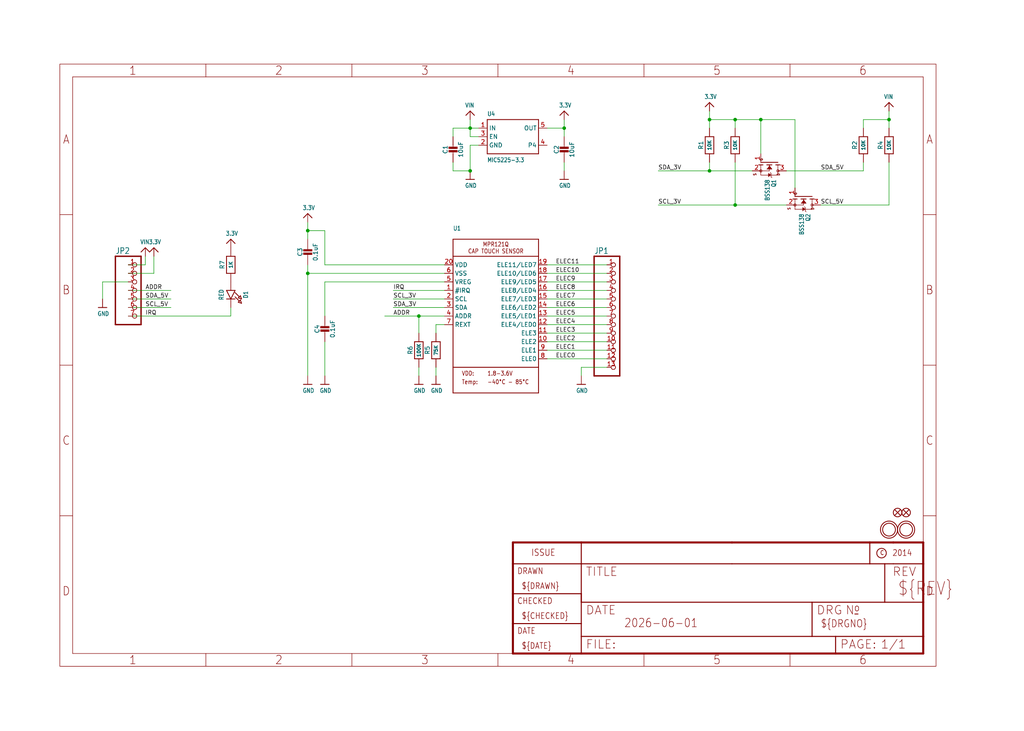
<source format=kicad_sch>
(kicad_sch (version 20230121) (generator eeschema)
  (paper "User" 304.267 217.322)
  (lib_symbols
    (symbol "working-eagle-import:3.3V" (power)
      (property "Value" "3.3V" (at -1.524 1.016 0))
      (symbol "3.3V_1_0"
        (polyline (pts (xy -1.27 -1.27) (xy 0 0)) (stroke (width 0.254)))
        (polyline (pts (xy 0 0) (xy 1.27 -1.27)) (stroke (width 0.254)))
        (pin power_in line (at 0 -2.54 90) (length 2.54) (name "3.3V") (number "1"))
      )
    )
    (symbol "working-eagle-import:CAP_CERAMIC0805-NOOUTLINE"
      (property "Reference" "C" (at -2.29 1.25 90))
      (symbol "CAP_CERAMIC0805-NOOUTLINE_1_0"
        (rectangle (start -1.27 0.508) (end 1.27 1.016) (fill (type outline)))
        (rectangle (start -1.27 1.524) (end 1.27 2.032) (fill (type outline)))
        (polyline (pts (xy 0 0.762) (xy 0 0)) (stroke (width 0.1524)))
        (polyline (pts (xy 0 2.54) (xy 0 1.778)) (stroke (width 0.1524)))
        (pin passive line (at 0 5.08 270) (length 2.54) (name "1") (number "1"))
        (pin passive line (at 0 -2.54 90) (length 2.54) (name "2") (number "2"))
      )
    )
    (symbol "working-eagle-import:CAP_CERAMIC0805_10MGAP"
      (property "Reference" "C" (at -2.29 1.25 90))
      (symbol "CAP_CERAMIC0805_10MGAP_1_0"
        (rectangle (start -1.27 0.508) (end 1.27 1.016) (fill (type outline)))
        (rectangle (start -1.27 1.524) (end 1.27 2.032) (fill (type outline)))
        (polyline (pts (xy 0 0.762) (xy 0 0)) (stroke (width 0.1524)))
        (polyline (pts (xy 0 2.54) (xy 0 1.778)) (stroke (width 0.1524)))
        (pin passive line (at 0 5.08 270) (length 2.54) (name "1") (number "1"))
        (pin passive line (at 0 -2.54 90) (length 2.54) (name "2") (number "2"))
      )
    )
    (symbol "working-eagle-import:FIDUCIAL{dblquote}{dblquote}"
      (symbol "FIDUCIAL{dblquote}{dblquote}_1_0"
        (polyline (pts (xy -0.762 0.762) (xy 0.762 -0.762)) (stroke (width 0.254)))
        (polyline (pts (xy 0.762 0.762) (xy -0.762 -0.762)) (stroke (width 0.254)))
        (circle (center 0 0) (radius 1.27) (stroke (width 0.254)))
      )
    )
    (symbol "working-eagle-import:FRAME_A4"
      (symbol "FRAME_A4_1_0"
        (polyline (pts (xy 0 44.7675) (xy 3.81 44.7675)))
        (polyline (pts (xy 0 89.535) (xy 3.81 89.535)))
        (polyline (pts (xy 0 134.3025) (xy 3.81 134.3025)))
        (polyline (pts (xy 3.81 3.81) (xy 3.81 175.26)))
        (polyline (pts (xy 43.3917 0) (xy 43.3917 3.81)))
        (polyline (pts (xy 43.3917 175.26) (xy 43.3917 179.07)))
        (polyline (pts (xy 86.7833 0) (xy 86.7833 3.81)))
        (polyline (pts (xy 86.7833 175.26) (xy 86.7833 179.07)))
        (polyline (pts (xy 130.175 0) (xy 130.175 3.81)))
        (polyline (pts (xy 130.175 175.26) (xy 130.175 179.07)))
        (polyline (pts (xy 173.5667 0) (xy 173.5667 3.81)))
        (polyline (pts (xy 173.5667 175.26) (xy 173.5667 179.07)))
        (polyline (pts (xy 216.9583 0) (xy 216.9583 3.81)))
        (polyline (pts (xy 216.9583 175.26) (xy 216.9583 179.07)))
        (polyline (pts (xy 256.54 3.81) (xy 3.81 3.81)))
        (polyline (pts (xy 256.54 3.81) (xy 256.54 8.89)) (stroke (width 0.1016)))
        (polyline (pts (xy 256.54 3.81) (xy 256.54 175.26)))
        (polyline (pts (xy 256.54 8.89) (xy 256.54 13.97)) (stroke (width 0.1016)))
        (polyline (pts (xy 256.54 13.97) (xy 256.54 19.05)) (stroke (width 0.1016)))
        (polyline (pts (xy 256.54 19.05) (xy 256.54 36.83)) (stroke (width 0.1016)))
        (polyline (pts (xy 256.54 44.7675) (xy 260.35 44.7675)))
        (polyline (pts (xy 256.54 89.535) (xy 260.35 89.535)))
        (polyline (pts (xy 256.54 134.3025) (xy 260.35 134.3025)))
        (polyline (pts (xy 256.54 175.26) (xy 3.81 175.26)))
        (polyline (pts (xy 0 0) (xy 260.35 0) (xy 260.35 179.07) (xy 0 179.07) (xy 0 0)))
        (text "1" (at 21.6958 1.905 0) (effects (font (size 2.54 2.286))))
        (text "1" (at 21.6958 177.165 0) (effects (font (size 2.54 2.286))))
        (text "2" (at 65.0875 1.905 0) (effects (font (size 2.54 2.286))))
        (text "2" (at 65.0875 177.165 0) (effects (font (size 2.54 2.286))))
        (text "3" (at 108.4792 1.905 0) (effects (font (size 2.54 2.286))))
        (text "3" (at 108.4792 177.165 0) (effects (font (size 2.54 2.286))))
        (text "4" (at 151.8708 1.905 0) (effects (font (size 2.54 2.286))))
        (text "4" (at 151.8708 177.165 0) (effects (font (size 2.54 2.286))))
        (text "5" (at 195.2625 1.905 0) (effects (font (size 2.54 2.286))))
        (text "5" (at 195.2625 177.165 0) (effects (font (size 2.54 2.286))))
        (text "6" (at 238.6542 1.905 0) (effects (font (size 2.54 2.286))))
        (text "6" (at 238.6542 177.165 0) (effects (font (size 2.54 2.286))))
        (text "A" (at 1.905 156.6863 0) (effects (font (size 2.54 2.286))))
        (text "A" (at 258.445 156.6863 0) (effects (font (size 2.54 2.286))))
        (text "B" (at 1.905 111.9188 0) (effects (font (size 2.54 2.286))))
        (text "B" (at 258.445 111.9188 0) (effects (font (size 2.54 2.286))))
        (text "C" (at 1.905 67.1513 0) (effects (font (size 2.54 2.286))))
        (text "C" (at 258.445 67.1513 0) (effects (font (size 2.54 2.286))))
        (text "D" (at 1.905 22.3838 0) (effects (font (size 2.54 2.286))))
        (text "D" (at 258.445 22.3838 0) (effects (font (size 2.54 2.286))))
      )
      (symbol "FRAME_A4_2_0"
        (polyline (pts (xy 0 1.27) (xy 20.32 1.27)) (stroke (width 0.6096)))
        (polyline (pts (xy 0 10.16) (xy 0 1.27)) (stroke (width 0.6096)))
        (polyline (pts (xy 0 10.16) (xy 20.32 10.16)) (stroke (width 0.3048)))
        (polyline (pts (xy 0 19.05) (xy 0 10.16)) (stroke (width 0.6096)))
        (polyline (pts (xy 0 19.05) (xy 20.32 19.05)) (stroke (width 0.3048)))
        (polyline (pts (xy 0 27.94) (xy 0 19.05)) (stroke (width 0.6096)))
        (polyline (pts (xy 0 27.94) (xy 20.32 27.94)) (stroke (width 0.3048)))
        (polyline (pts (xy 0 34.29) (xy 0 27.94)) (stroke (width 0.6096)))
        (polyline (pts (xy 20.32 1.27) (xy 20.32 6.35)) (stroke (width 0.3048)))
        (polyline (pts (xy 20.32 1.27) (xy 95.885 1.27)) (stroke (width 0.6096)))
        (polyline (pts (xy 20.32 6.35) (xy 20.32 10.16)) (stroke (width 0.3048)))
        (polyline (pts (xy 20.32 6.35) (xy 88.9 6.35)) (stroke (width 0.3048)))
        (polyline (pts (xy 20.32 10.16) (xy 20.32 19.05)) (stroke (width 0.3048)))
        (polyline (pts (xy 20.32 16.51) (xy 20.32 19.05)) (stroke (width 0.3048)))
        (polyline (pts (xy 20.32 19.05) (xy 20.32 27.94)) (stroke (width 0.3048)))
        (polyline (pts (xy 20.32 27.94) (xy 20.32 34.29)) (stroke (width 0.3048)))
        (polyline (pts (xy 20.32 27.94) (xy 65.0875 27.94)) (stroke (width 0.3048)))
        (polyline (pts (xy 20.32 34.29) (xy 0 34.29)) (stroke (width 0.6096)))
        (polyline (pts (xy 65.0875 27.94) (xy 106.045 27.94)) (stroke (width 0.3048)))
        (polyline (pts (xy 65.0875 34.29) (xy 20.32 34.29)) (stroke (width 0.6096)))
        (polyline (pts (xy 88.9 6.35) (xy 95.885 6.35)) (stroke (width 0.3048)))
        (polyline (pts (xy 88.9 16.51) (xy 20.32 16.51)) (stroke (width 0.3048)))
        (polyline (pts (xy 88.9 16.51) (xy 88.9 6.35)) (stroke (width 0.3048)))
        (polyline (pts (xy 95.885 1.27) (xy 121.92 1.27)) (stroke (width 0.6096)))
        (polyline (pts (xy 95.885 6.35) (xy 95.885 1.27)) (stroke (width 0.3048)))
        (polyline (pts (xy 95.885 6.35) (xy 121.92 6.35)) (stroke (width 0.3048)))
        (polyline (pts (xy 101.6 13.0175) (xy 102.5525 13.0175)) (stroke (width 0.254)))
        (polyline (pts (xy 106.045 27.94) (xy 106.045 34.29)) (stroke (width 0.3048)))
        (polyline (pts (xy 106.045 27.94) (xy 110.49 27.94)) (stroke (width 0.3048)))
        (polyline (pts (xy 106.045 34.29) (xy 65.0875 34.29)) (stroke (width 0.6096)))
        (polyline (pts (xy 110.49 16.51) (xy 88.9 16.51)) (stroke (width 0.3048)))
        (polyline (pts (xy 110.49 27.94) (xy 110.49 16.51)) (stroke (width 0.3048)))
        (polyline (pts (xy 110.49 27.94) (xy 113.03 27.94)) (stroke (width 0.3048)))
        (polyline (pts (xy 113.03 27.94) (xy 121.92 27.94)) (stroke (width 0.3048)))
        (polyline (pts (xy 113.03 34.29) (xy 106.045 34.29)) (stroke (width 0.6096)))
        (polyline (pts (xy 121.92 6.35) (xy 121.92 1.27)) (stroke (width 0.6096)))
        (polyline (pts (xy 121.92 16.51) (xy 110.49 16.51)) (stroke (width 0.3048)))
        (polyline (pts (xy 121.92 16.51) (xy 121.92 6.35)) (stroke (width 0.6096)))
        (polyline (pts (xy 121.92 27.94) (xy 121.92 16.51)) (stroke (width 0.6096)))
        (polyline (pts (xy 121.92 34.29) (xy 113.03 34.29)) (stroke (width 0.6096)))
        (polyline (pts (xy 121.92 34.29) (xy 121.92 27.94)) (stroke (width 0.6096)))
        (circle (center 109.5375 31.115) (radius 1.4199) (stroke (width 0.254)))
        (text "${#}/${##}" (at 109.22 2.54 0) (effects (font (size 2.54 2.54)) (justify left bottom)))
        (text "${CHECKED}" (at 2.54 11.43 0) (effects (font (size 1.778 1.5113)) (justify left bottom)))
        (text "${COMPANY}" (at 23.6538 29.3687 0) (effects (font (size 3.175 2.6987) (thickness 0.5397) bold) (justify left bottom)))
        (text "${CURRENT_DATE}" (at 33.02 8.89 0) (effects (font (size 2.54 2.159)) (justify left bottom)))
        (text "${DATE}" (at 2.54 2.54 0) (effects (font (size 1.778 1.5113)) (justify left bottom)))
        (text "${DRAWN}" (at 2.54 20.32 0) (effects (font (size 1.778 1.5113)) (justify left bottom)))
        (text "${DRGNO}" (at 91.44 8.89 0) (effects (font (size 2.1844 1.8567)) (justify left bottom)))
        (text "${PROJECTNAME}" (at 33.3375 2.54 0) (effects (font (size 2.54 2.159)) (justify left bottom)))
        (text "${REV}" (at 114.3 18.415 0) (effects (font (size 3.81 3.2385)) (justify left bottom)))
        (text "2014" (at 112.7125 30.1625 0) (effects (font (size 1.778 1.5113)) (justify left bottom)))
        (text "C" (at 109.0612 30.48 0) (effects (font (size 1.27 1.0795)) (justify left bottom)))
        (text "CHECKED" (at 1.27 15.875 0) (effects (font (size 1.778 1.5113)) (justify left bottom)))
        (text "DATE" (at 1.27 6.985 0) (effects (font (size 1.778 1.5113)) (justify left bottom)))
        (text "DATE" (at 21.59 12.7 0) (effects (font (size 2.54 2.54)) (justify left bottom)))
        (text "DRAWN" (at 1.27 24.765 0) (effects (font (size 1.778 1.5113)) (justify left bottom)))
        (text "DRG" (at 90.17 12.7 0) (effects (font (size 2.54 2.54)) (justify left bottom)))
        (text "FILE:" (at 21.59 2.54 0) (effects (font (size 2.54 2.54)) (justify left bottom)))
        (text "ISSUE" (at 5.3975 30.1625 0) (effects (font (size 1.9304 1.6408)) (justify left bottom)))
        (text "N" (at 98.7425 12.7 0) (effects (font (size 2.54 2.54)) (justify left bottom)))
        (text "o" (at 101.2825 13.6525 0) (effects (font (size 2.1844 1.8567)) (justify left bottom)))
        (text "PAGE:" (at 97.155 2.54 0) (effects (font (size 2.54 2.54)) (justify left bottom)))
        (text "REV" (at 112.7125 24.13 0) (effects (font (size 2.54 2.54)) (justify left bottom)))
        (text "TITLE" (at 21.59 24.13 0) (effects (font (size 2.54 2.54)) (justify left bottom)))
      )
    )
    (symbol "working-eagle-import:GND" (power)
      (property "Value" "GND" (at -1.524 -2.54 0))
      (symbol "GND_1_0"
        (polyline (pts (xy -1.27 0) (xy 1.27 0)) (stroke (width 0.254)))
        (pin power_in line (at 0 2.54 270) (length 2.54) (name "GND") (number "1"))
      )
    )
    (symbol "working-eagle-import:HEADER-1X13"
      (property "Reference" "JP" (at -6.35 18.415 0))
      (symbol "HEADER-1X13_1_0"
        (polyline (pts (xy -6.35 -17.78) (xy 1.27 -17.78)) (stroke (width 0.4064)))
        (polyline (pts (xy -6.35 17.78) (xy -6.35 -17.78)) (stroke (width 0.4064)))
        (polyline (pts (xy 1.27 -17.78) (xy 1.27 17.78)) (stroke (width 0.4064)))
        (polyline (pts (xy 1.27 17.78) (xy -6.35 17.78)) (stroke (width 0.4064)))
        (pin passive inverted (at -2.54 15.24 0) (length 2.54) (name "1") (number "1"))
        (pin passive inverted (at -2.54 -7.62 0) (length 2.54) (name "10") (number "10"))
        (pin passive inverted (at -2.54 -10.16 0) (length 2.54) (name "11") (number "11"))
        (pin passive inverted (at -2.54 -12.7 0) (length 2.54) (name "12") (number "12"))
        (pin passive inverted (at -2.54 -15.24 0) (length 2.54) (name "13") (number "13"))
        (pin passive inverted (at -2.54 12.7 0) (length 2.54) (name "2") (number "2"))
        (pin passive inverted (at -2.54 10.16 0) (length 2.54) (name "3") (number "3"))
        (pin passive inverted (at -2.54 7.62 0) (length 2.54) (name "4") (number "4"))
        (pin passive inverted (at -2.54 5.08 0) (length 2.54) (name "5") (number "5"))
        (pin passive inverted (at -2.54 2.54 0) (length 2.54) (name "6") (number "6"))
        (pin passive inverted (at -2.54 0 0) (length 2.54) (name "7") (number "7"))
        (pin passive inverted (at -2.54 -2.54 0) (length 2.54) (name "8") (number "8"))
        (pin passive inverted (at -2.54 -5.08 0) (length 2.54) (name "9") (number "9"))
      )
    )
    (symbol "working-eagle-import:HEADER-1X770MIL"
      (property "Reference" "JP" (at -6.35 10.795 0))
      (symbol "HEADER-1X770MIL_1_0"
        (polyline (pts (xy -6.35 -10.16) (xy 1.27 -10.16)) (stroke (width 0.4064)))
        (polyline (pts (xy -6.35 10.16) (xy -6.35 -10.16)) (stroke (width 0.4064)))
        (polyline (pts (xy 1.27 -10.16) (xy 1.27 10.16)) (stroke (width 0.4064)))
        (polyline (pts (xy 1.27 10.16) (xy -6.35 10.16)) (stroke (width 0.4064)))
        (pin passive inverted (at -2.54 7.62 0) (length 2.54) (name "1") (number "1"))
        (pin passive inverted (at -2.54 5.08 0) (length 2.54) (name "2") (number "2"))
        (pin passive inverted (at -2.54 2.54 0) (length 2.54) (name "3") (number "3"))
        (pin passive inverted (at -2.54 0 0) (length 2.54) (name "4") (number "4"))
        (pin passive inverted (at -2.54 -2.54 0) (length 2.54) (name "5") (number "5"))
        (pin passive inverted (at -2.54 -5.08 0) (length 2.54) (name "6") (number "6"))
        (pin passive inverted (at -2.54 -7.62 0) (length 2.54) (name "7") (number "7"))
      )
    )
    (symbol "working-eagle-import:LED0805_NOOUTLINE"
      (property "Reference" "D" (at -1.27 4.445 0))
      (symbol "LED0805_NOOUTLINE_1_0"
        (polyline (pts (xy -2.54 -1.27) (xy 0 0)) (stroke (width 0.254)))
        (polyline (pts (xy -2.54 1.27) (xy -2.54 -1.27)) (stroke (width 0.254)))
        (polyline (pts (xy -1.905 1.27) (xy -0.635 2.54)) (stroke (width 0.254)))
        (polyline (pts (xy -0.9525 2.8575) (xy -0.3175 2.2225)) (stroke (width 0.254)))
        (polyline (pts (xy -0.635 1.27) (xy 0.635 2.54)) (stroke (width 0.254)))
        (polyline (pts (xy -0.3175 2.2225) (xy 0 3.175)) (stroke (width 0.254)))
        (polyline (pts (xy 0 0) (xy -2.54 1.27)) (stroke (width 0.254)))
        (polyline (pts (xy 0 0) (xy 0 -1.27)) (stroke (width 0.254)))
        (polyline (pts (xy 0 1.27) (xy 0 0)) (stroke (width 0.254)))
        (polyline (pts (xy 0 3.175) (xy -0.9525 2.8575)) (stroke (width 0.254)))
        (polyline (pts (xy 0.3175 2.8575) (xy 0.9525 2.2225)) (stroke (width 0.254)))
        (polyline (pts (xy 0.9525 2.2225) (xy 1.27 3.175)) (stroke (width 0.254)))
        (polyline (pts (xy 1.27 3.175) (xy 0.3175 2.8575)) (stroke (width 0.254)))
        (pin passive line (at -5.08 0 0) (length 2.54) (name "A") (number "A"))
        (pin passive line (at 2.54 0 180) (length 2.54) (name "C") (number "C"))
      )
    )
    (symbol "working-eagle-import:MOSFET-NWIDE"
      (property "Reference" "Q" (at 5.08 0.635 0))
      (symbol "MOSFET-NWIDE_1_0"
        (polyline (pts (xy 0 2.54) (xy 0 -2.54)) (stroke (width 0.254)))
        (polyline (pts (xy 0.762 -2.54) (xy 0.762 -3.175)) (stroke (width 0.254)))
        (polyline (pts (xy 0.762 -1.905) (xy 0.762 -2.54)) (stroke (width 0.254)))
        (polyline (pts (xy 0.762 0) (xy 0.762 -0.762)) (stroke (width 0.254)))
        (polyline (pts (xy 0.762 0) (xy 2.54 0)) (stroke (width 0.1524)))
        (polyline (pts (xy 0.762 0.762) (xy 0.762 0)) (stroke (width 0.254)))
        (polyline (pts (xy 0.762 2.54) (xy 0.762 1.905)) (stroke (width 0.254)))
        (polyline (pts (xy 0.762 2.54) (xy 3.81 2.54)) (stroke (width 0.1524)))
        (polyline (pts (xy 0.762 3.175) (xy 0.762 2.54)) (stroke (width 0.254)))
        (polyline (pts (xy 2.54 -2.54) (xy 0.762 -2.54)) (stroke (width 0.1524)))
        (polyline (pts (xy 2.54 -2.54) (xy 3.81 -2.54)) (stroke (width 0.1524)))
        (polyline (pts (xy 2.54 0) (xy 2.54 -2.54)) (stroke (width 0.1524)))
        (polyline (pts (xy 3.302 0.508) (xy 3.048 0.254)) (stroke (width 0.1524)))
        (polyline (pts (xy 3.81 0.508) (xy 3.302 0.508)) (stroke (width 0.1524)))
        (polyline (pts (xy 3.81 0.508) (xy 3.81 -2.54)) (stroke (width 0.1524)))
        (polyline (pts (xy 3.81 2.54) (xy 3.81 0.508)) (stroke (width 0.1524)))
        (polyline (pts (xy 4.318 0.508) (xy 3.81 0.508)) (stroke (width 0.1524)))
        (polyline (pts (xy 4.572 0.762) (xy 4.318 0.508)) (stroke (width 0.1524)))
        (polyline (pts (xy 1.016 0) (xy 2.032 0.762) (xy 2.032 -0.762)) (stroke (width 0.1524)) (fill (type outline)))
        (polyline (pts (xy 3.81 0.508) (xy 3.302 -0.254) (xy 4.318 -0.254)) (stroke (width 0.1524)) (fill (type outline)))
        (circle (center 2.54 -2.54) (radius 0.3592))
        (circle (center 2.54 2.54) (radius 0.3592))
        (text "D" (at 3.175 3.175 0) (effects (font (size 0.8128 0.6908)) (justify left bottom)))
        (text "G" (at -1.27 -1.905 0) (effects (font (size 0.8128 0.6908)) (justify left bottom)))
        (text "S" (at 3.175 -3.81 0) (effects (font (size 0.8128 0.6908)) (justify left bottom)))
        (pin bidirectional line (at -2.54 -2.54 0) (length 2.54) (name "G") (number "1"))
        (pin bidirectional line (at 2.54 -5.08 90) (length 2.54) (name "S") (number "2"))
        (pin bidirectional line (at 2.54 5.08 270) (length 2.54) (name "D") (number "3"))
      )
    )
    (symbol "working-eagle-import:MOUNTINGHOLE2.5"
      (symbol "MOUNTINGHOLE2.5_1_0"
        (circle (center 0 0) (radius 1.905) (stroke (width 0.254)))
        (circle (center 0 0) (radius 2.54) (stroke (width 0.254)))
      )
    )
    (symbol "working-eagle-import:MPR121Q"
      (property "Reference" "U" (at -12.7 22.86 0))
      (symbol "MPR121Q_1_0"
        (polyline (pts (xy -12.7 -25.4) (xy 12.7 -25.4)) (stroke (width 0.254)))
        (polyline (pts (xy -12.7 -17.78) (xy -12.7 -25.4)) (stroke (width 0.254)))
        (polyline (pts (xy -12.7 -17.78) (xy -12.7 15.24)) (stroke (width 0.254)))
        (polyline (pts (xy -12.7 15.24) (xy -12.7 20.32)) (stroke (width 0.254)))
        (polyline (pts (xy -12.7 15.24) (xy 12.7 15.24)) (stroke (width 0.254)))
        (polyline (pts (xy -12.7 20.32) (xy 12.7 20.32)) (stroke (width 0.254)))
        (polyline (pts (xy 12.7 -25.4) (xy 12.7 -17.78)) (stroke (width 0.254)))
        (polyline (pts (xy 12.7 -17.78) (xy -12.7 -17.78)) (stroke (width 0.254)))
        (polyline (pts (xy 12.7 15.24) (xy 12.7 -17.78)) (stroke (width 0.254)))
        (polyline (pts (xy 12.7 20.32) (xy 12.7 15.24)) (stroke (width 0.254)))
        (text "-40°C - 85°C" (at -2.54 -22.86 0) (effects (font (size 1.27 1.0795)) (justify left bottom)))
        (text "1.8-3.6V" (at -2.54 -20.32 0) (effects (font (size 1.27 1.0795)) (justify left bottom)))
        (text "MPR121Q\nCAP TOUCH SENSOR" (at 0 17.78 0) (effects (font (size 1.27 1.0795))))
        (text "Temp:" (at -10.16 -22.86 0) (effects (font (size 1.27 1.0795)) (justify left bottom)))
        (text "VDD:" (at -10.16 -20.32 0) (effects (font (size 1.27 1.0795)) (justify left bottom)))
        (pin bidirectional line (at -15.24 5.08 0) (length 2.54) (name "#IRQ") (number "1"))
        (pin bidirectional line (at 15.24 -10.16 180) (length 2.54) (name "ELE2") (number "10"))
        (pin bidirectional line (at 15.24 -7.62 180) (length 2.54) (name "ELE3") (number "11"))
        (pin bidirectional line (at 15.24 -5.08 180) (length 2.54) (name "ELE4/LED0") (number "12"))
        (pin bidirectional line (at 15.24 -2.54 180) (length 2.54) (name "ELE5/LED1") (number "13"))
        (pin bidirectional line (at 15.24 0 180) (length 2.54) (name "ELE6/LED2") (number "14"))
        (pin bidirectional line (at 15.24 2.54 180) (length 2.54) (name "ELE7/LED3") (number "15"))
        (pin bidirectional line (at 15.24 5.08 180) (length 2.54) (name "ELE8/LED4") (number "16"))
        (pin bidirectional line (at 15.24 7.62 180) (length 2.54) (name "ELE9/LED5") (number "17"))
        (pin bidirectional line (at 15.24 10.16 180) (length 2.54) (name "ELE10/LED6") (number "18"))
        (pin bidirectional line (at 15.24 12.7 180) (length 2.54) (name "ELE11/LED7") (number "19"))
        (pin bidirectional line (at -15.24 2.54 0) (length 2.54) (name "SCL") (number "2"))
        (pin power_in line (at -15.24 12.7 0) (length 2.54) (name "VDD") (number "20"))
        (pin bidirectional line (at -15.24 0 0) (length 2.54) (name "SDA") (number "3"))
        (pin bidirectional line (at -15.24 -2.54 0) (length 2.54) (name "ADDR") (number "4"))
        (pin bidirectional line (at -15.24 7.62 0) (length 2.54) (name "VREG") (number "5"))
        (pin power_in line (at -15.24 10.16 0) (length 2.54) (name "VSS") (number "6"))
        (pin bidirectional line (at -15.24 -5.08 0) (length 2.54) (name "REXT") (number "7"))
        (pin bidirectional line (at 15.24 -15.24 180) (length 2.54) (name "ELE0") (number "8"))
        (pin bidirectional line (at 15.24 -12.7 180) (length 2.54) (name "ELE1") (number "9"))
      )
    )
    (symbol "working-eagle-import:RESISTOR0805_NOOUTLINE"
      (property "Reference" "R" (at 0 2.54 0))
      (symbol "RESISTOR0805_NOOUTLINE_1_0"
        (polyline (pts (xy -2.54 -1.27) (xy -2.54 1.27)) (stroke (width 0.254)))
        (polyline (pts (xy -2.54 1.27) (xy 2.54 1.27)) (stroke (width 0.254)))
        (polyline (pts (xy 2.54 -1.27) (xy -2.54 -1.27)) (stroke (width 0.254)))
        (polyline (pts (xy 2.54 1.27) (xy 2.54 -1.27)) (stroke (width 0.254)))
        (pin passive line (at -5.08 0 0) (length 2.54) (name "1") (number "1"))
        (pin passive line (at 5.08 0 180) (length 2.54) (name "2") (number "2"))
      )
    )
    (symbol "working-eagle-import:VIN" (power)
      (property "Value" "VIN" (at -1.524 1.016 0))
      (symbol "VIN_1_0"
        (polyline (pts (xy -1.27 -1.27) (xy 0 0)) (stroke (width 0.254)))
        (polyline (pts (xy 0 0) (xy 1.27 -1.27)) (stroke (width 0.254)))
        (pin power_in line (at 0 -2.54 90) (length 2.54) (name "VIN") (number "1"))
      )
    )
    (symbol "working-eagle-import:VREG_SOT23-5"
      (property "Reference" "U" (at -7.62 6.096 0))
      (symbol "VREG_SOT23-5_1_0"
        (polyline (pts (xy -7.62 -5.08) (xy -7.62 5.08)) (stroke (width 0.254)))
        (polyline (pts (xy -7.62 5.08) (xy 7.62 5.08)) (stroke (width 0.254)))
        (polyline (pts (xy 7.62 -5.08) (xy -7.62 -5.08)) (stroke (width 0.254)))
        (polyline (pts (xy 7.62 5.08) (xy 7.62 -5.08)) (stroke (width 0.254)))
        (pin power_in line (at -10.16 2.54 0) (length 2.54) (name "IN") (number "1"))
        (pin power_in line (at -10.16 -2.54 0) (length 2.54) (name "GND") (number "2"))
        (pin input line (at -10.16 0 0) (length 2.54) (name "EN") (number "3"))
        (pin bidirectional line (at 10.16 -2.54 180) (length 2.54) (name "P4") (number "4"))
        (pin power_in line (at 10.16 2.54 180) (length 2.54) (name "OUT") (number "5"))
      )
    )
  )
  (junction (at 91.44 81.28))
  (junction (at 139.7 38.1))
  (junction (at 210.82 50.8))
  (junction (at 167.64 38.1))
  (junction (at 91.44 68.58))
  (junction (at 124.46 93.98))
  (junction (at 139.7 50.8))
  (junction (at 226.06 35.56))
  (junction (at 210.82 35.56))
  (junction (at 264.16 35.56))
  (junction (at 218.44 60.96))
  (junction (at 218.44 35.56))
  (wire (pts (xy 132.08 96.52) (xy 129.54 96.52)) (stroke (width 0.1524)))
  (wire (pts (xy 68.58 93.98) (xy 38.1 93.98)) (stroke (width 0.1524)))
  (wire (pts (xy 96.52 101.6) (xy 96.52 111.76)) (stroke (width 0.1524)))
  (wire (pts (xy 91.44 78.74) (xy 91.44 81.28)) (stroke (width 0.1524)))
  (wire (pts (xy 139.7 40.64) (xy 139.7 38.1)) (stroke (width 0.1524)))
  (wire (pts (xy 162.56 96.52) (xy 180.34 96.52)) (stroke (width 0.1524)))
  (wire (pts (xy 243.84 60.96) (xy 264.16 60.96)) (stroke (width 0.1524)))
  (wire (pts (xy 132.08 86.36) (xy 116.84 86.36)) (stroke (width 0.1524)))
  (wire (pts (xy 129.54 96.52) (xy 129.54 99.06)) (stroke (width 0.1524)))
  (wire (pts (xy 162.56 104.14) (xy 180.34 104.14)) (stroke (width 0.1524)))
  (wire (pts (xy 162.56 81.28) (xy 180.34 81.28)) (stroke (width 0.1524)))
  (wire (pts (xy 180.34 109.22) (xy 172.72 109.22)) (stroke (width 0.1524)))
  (wire (pts (xy 132.08 78.74) (xy 96.52 78.74)) (stroke (width 0.1524)))
  (wire (pts (xy 162.56 106.68) (xy 180.34 106.68)) (stroke (width 0.1524)))
  (wire (pts (xy 218.44 60.96) (xy 195.58 60.96)) (stroke (width 0.1524)))
  (wire (pts (xy 38.1 86.36) (xy 50.8 86.36)) (stroke (width 0.1524)))
  (wire (pts (xy 96.52 83.82) (xy 96.52 93.98)) (stroke (width 0.1524)))
  (wire (pts (xy 30.48 83.82) (xy 30.48 88.9)) (stroke (width 0.1524)))
  (wire (pts (xy 134.62 40.64) (xy 134.62 38.1)) (stroke (width 0.1524)))
  (wire (pts (xy 162.56 88.9) (xy 180.34 88.9)) (stroke (width 0.1524)))
  (wire (pts (xy 124.46 109.22) (xy 124.46 111.76)) (stroke (width 0.1524)))
  (wire (pts (xy 134.62 38.1) (xy 139.7 38.1)) (stroke (width 0.1524)))
  (wire (pts (xy 233.68 50.8) (xy 256.54 50.8)) (stroke (width 0.1524)))
  (wire (pts (xy 134.62 50.8) (xy 139.7 50.8)) (stroke (width 0.1524)))
  (wire (pts (xy 96.52 78.74) (xy 96.52 68.58)) (stroke (width 0.1524)))
  (wire (pts (xy 210.82 48.26) (xy 210.82 50.8)) (stroke (width 0.1524)))
  (wire (pts (xy 142.24 40.64) (xy 139.7 40.64)) (stroke (width 0.1524)))
  (wire (pts (xy 223.52 50.8) (xy 210.82 50.8)) (stroke (width 0.1524)))
  (wire (pts (xy 38.1 78.74) (xy 43.18 78.74)) (stroke (width 0.1524)))
  (wire (pts (xy 68.58 93.98) (xy 68.58 91.44)) (stroke (width 0.1524)))
  (wire (pts (xy 38.1 91.44) (xy 50.8 91.44)) (stroke (width 0.1524)))
  (wire (pts (xy 38.1 83.82) (xy 30.48 83.82)) (stroke (width 0.1524)))
  (wire (pts (xy 210.82 35.56) (xy 218.44 35.56)) (stroke (width 0.1524)))
  (wire (pts (xy 91.44 68.58) (xy 91.44 66.04)) (stroke (width 0.1524)))
  (wire (pts (xy 129.54 109.22) (xy 129.54 111.76)) (stroke (width 0.1524)))
  (wire (pts (xy 210.82 50.8) (xy 195.58 50.8)) (stroke (width 0.1524)))
  (wire (pts (xy 162.56 86.36) (xy 180.34 86.36)) (stroke (width 0.1524)))
  (wire (pts (xy 132.08 88.9) (xy 116.84 88.9)) (stroke (width 0.1524)))
  (wire (pts (xy 45.72 81.28) (xy 45.72 76.2)) (stroke (width 0.1524)))
  (wire (pts (xy 167.64 38.1) (xy 167.64 35.56)) (stroke (width 0.1524)))
  (wire (pts (xy 226.06 35.56) (xy 236.22 35.56)) (stroke (width 0.1524)))
  (wire (pts (xy 162.56 91.44) (xy 180.34 91.44)) (stroke (width 0.1524)))
  (wire (pts (xy 210.82 33.02) (xy 210.82 35.56)) (stroke (width 0.1524)))
  (wire (pts (xy 124.46 93.98) (xy 124.46 99.06)) (stroke (width 0.1524)))
  (wire (pts (xy 264.16 38.1) (xy 264.16 35.56)) (stroke (width 0.1524)))
  (wire (pts (xy 38.1 81.28) (xy 45.72 81.28)) (stroke (width 0.1524)))
  (wire (pts (xy 256.54 38.1) (xy 256.54 35.56)) (stroke (width 0.1524)))
  (wire (pts (xy 162.56 38.1) (xy 167.64 38.1)) (stroke (width 0.1524)))
  (wire (pts (xy 162.56 101.6) (xy 180.34 101.6)) (stroke (width 0.1524)))
  (wire (pts (xy 132.08 93.98) (xy 124.46 93.98)) (stroke (width 0.1524)))
  (wire (pts (xy 132.08 91.44) (xy 116.84 91.44)) (stroke (width 0.1524)))
  (wire (pts (xy 233.68 60.96) (xy 218.44 60.96)) (stroke (width 0.1524)))
  (wire (pts (xy 162.56 78.74) (xy 180.34 78.74)) (stroke (width 0.1524)))
  (wire (pts (xy 162.56 83.82) (xy 180.34 83.82)) (stroke (width 0.1524)))
  (wire (pts (xy 139.7 43.18) (xy 139.7 50.8)) (stroke (width 0.1524)))
  (wire (pts (xy 256.54 35.56) (xy 264.16 35.56)) (stroke (width 0.1524)))
  (wire (pts (xy 91.44 81.28) (xy 91.44 111.76)) (stroke (width 0.1524)))
  (wire (pts (xy 218.44 48.26) (xy 218.44 60.96)) (stroke (width 0.1524)))
  (wire (pts (xy 43.18 78.74) (xy 43.18 76.2)) (stroke (width 0.1524)))
  (wire (pts (xy 210.82 38.1) (xy 210.82 35.56)) (stroke (width 0.1524)))
  (wire (pts (xy 264.16 35.56) (xy 264.16 33.02)) (stroke (width 0.1524)))
  (wire (pts (xy 218.44 38.1) (xy 218.44 35.56)) (stroke (width 0.1524)))
  (wire (pts (xy 167.64 38.1) (xy 167.64 40.64)) (stroke (width 0.1524)))
  (wire (pts (xy 38.1 88.9) (xy 50.8 88.9)) (stroke (width 0.1524)))
  (wire (pts (xy 172.72 109.22) (xy 172.72 111.76)) (stroke (width 0.1524)))
  (wire (pts (xy 134.62 48.26) (xy 134.62 50.8)) (stroke (width 0.1524)))
  (wire (pts (xy 162.56 93.98) (xy 180.34 93.98)) (stroke (width 0.1524)))
  (wire (pts (xy 142.24 43.18) (xy 139.7 43.18)) (stroke (width 0.1524)))
  (wire (pts (xy 226.06 35.56) (xy 226.06 45.72)) (stroke (width 0.1524)))
  (wire (pts (xy 162.56 99.06) (xy 180.34 99.06)) (stroke (width 0.1524)))
  (wire (pts (xy 142.24 38.1) (xy 139.7 38.1)) (stroke (width 0.1524)))
  (wire (pts (xy 236.22 35.56) (xy 236.22 55.88)) (stroke (width 0.1524)))
  (wire (pts (xy 132.08 81.28) (xy 91.44 81.28)) (stroke (width 0.1524)))
  (wire (pts (xy 124.46 93.98) (xy 114.3 93.98)) (stroke (width 0.1524)))
  (wire (pts (xy 139.7 38.1) (xy 139.7 35.56)) (stroke (width 0.1524)))
  (wire (pts (xy 132.08 83.82) (xy 96.52 83.82)) (stroke (width 0.1524)))
  (wire (pts (xy 167.64 48.26) (xy 167.64 50.8)) (stroke (width 0.1524)))
  (wire (pts (xy 218.44 35.56) (xy 226.06 35.56)) (stroke (width 0.1524)))
  (wire (pts (xy 91.44 71.12) (xy 91.44 68.58)) (stroke (width 0.1524)))
  (wire (pts (xy 264.16 60.96) (xy 264.16 48.26)) (stroke (width 0.1524)))
  (wire (pts (xy 256.54 50.8) (xy 256.54 48.26)) (stroke (width 0.1524)))
  (wire (pts (xy 96.52 68.58) (xy 91.44 68.58)) (stroke (width 0.1524)))
  (label "SDA_5V" (at 43.18 88.9 0) (effects (font (size 1.2446 1.2446))))
  (label "IRQ" (at 43.18 93.98 0) (effects (font (size 1.2446 1.2446))))
  (label "ELEC7" (at 165.1 88.9 0) (effects (font (size 1.2446 1.2446))))
  (label "ELEC1" (at 165.1 104.14 0) (effects (font (size 1.2446 1.2446))))
  (label "SCL_3V" (at 116.84 88.9 0) (effects (font (size 1.2446 1.2446))))
  (label "IRQ" (at 116.84 86.36 0) (effects (font (size 1.2446 1.2446))))
  (label "SCL_3V" (at 195.58 60.96 0) (effects (font (size 1.2446 1.2446))))
  (label "SDA_5V" (at 243.84 50.8 0) (effects (font (size 1.2446 1.2446))))
  (label "ELEC10" (at 165.1 81.28 0) (effects (font (size 1.2446 1.2446))))
  (label "SDA_3V" (at 116.84 91.44 0) (effects (font (size 1.2446 1.2446))))
  (label "SCL_5V" (at 43.18 91.44 0) (effects (font (size 1.2446 1.2446))))
  (label "SCL_5V" (at 243.84 60.96 0) (effects (font (size 1.2446 1.2446))))
  (label "ELEC11" (at 165.1 78.74 0) (effects (font (size 1.2446 1.2446))))
  (label "ELEC8" (at 165.1 86.36 0) (effects (font (size 1.2446 1.2446))))
  (label "SDA_3V" (at 195.58 50.8 0) (effects (font (size 1.2446 1.2446))))
  (label "ELEC6" (at 165.1 91.44 0) (effects (font (size 1.2446 1.2446))))
  (label "ELEC5" (at 165.1 93.98 0) (effects (font (size 1.2446 1.2446))))
  (label "ADDR" (at 116.84 93.98 0) (effects (font (size 1.2446 1.2446))))
  (label "ELEC2" (at 165.1 101.6 0) (effects (font (size 1.2446 1.2446))))
  (label "ELEC0" (at 165.1 106.68 0) (effects (font (size 1.2446 1.2446))))
  (label "ELEC4" (at 165.1 96.52 0) (effects (font (size 1.2446 1.2446))))
  (label "ADDR" (at 43.18 86.36 0) (effects (font (size 1.2446 1.2446))))
  (label "ELEC9" (at 165.1 83.82 0) (effects (font (size 1.2446 1.2446))))
  (label "ELEC3" (at 165.1 99.06 0) (effects (font (size 1.2446 1.2446))))
  (symbol (lib_id "working-eagle-import:RESISTOR0805_NOOUTLINE") (at 256.54 43.18 90) (unit 1)
    (property "Reference" "R2" (at 254 43.18 0))
    (property "Value" "10K" (at 256.54 43.18 0) (effects (font (size 1.016 1.016) bold)))
    (property "Footprint" "working:0805-NO" (effects hide))
  )
  (symbol (lib_id "working-eagle-import:GND") (at 30.48 91.44 0) (unit 1)
    (property "Reference" "#U$9" (effects hide))
    (property "Value" "GND" (at 28.956 93.98 0) (effects (font (size 1.27 1.0795)) (justify left bottom)))
  )
  (symbol (lib_id "working-eagle-import:VIN") (at 139.7 33.02 0) (unit 1)
    (property "Reference" "#U$18" (effects hide))
    (property "Value" "VIN" (at 138.176 32.004 0) (effects (font (size 1.27 1.0795)) (justify left bottom)))
  )
  (symbol (lib_id "working-eagle-import:RESISTOR0805_NOOUTLINE") (at 68.58 78.74 90) (unit 1)
    (property "Reference" "R7" (at 66.04 78.74 0))
    (property "Value" "1K" (at 68.58 78.74 0) (effects (font (size 1.016 1.016) bold)))
    (property "Footprint" "working:0805-NO" (effects hide))
  )
  (symbol (lib_id "working-eagle-import:MOSFET-NWIDE") (at 228.6 48.26 270) (unit 1)
    (property "Reference" "Q1" (at 229.235 53.34 0) (effects (font (size 1.27 1.0795)) (justify left bottom)))
    (property "Value" "BSS138" (at 227.33 53.34 0) (effects (font (size 1.27 1.0795)) (justify left bottom)))
    (property "Footprint" "working:SOT23-WIDE" (effects hide))
  )
  (symbol (lib_id "working-eagle-import:FRAME_A4") (at 152.4 195.58 0) (unit 2)
    (property "Reference" "#FRAME1" (effects hide))
    (property "Value" "FRAME_A4" (effects hide))
  )
  (symbol (lib_id "working-eagle-import:HEADER-1X770MIL") (at 40.64 86.36 0) (unit 1)
    (property "Reference" "JP2" (at 34.29 75.565 0) (effects (font (size 1.778 1.5113)) (justify left bottom)))
    (property "Value" "HEADER-1X770MIL" (effects hide))
    (property "Footprint" "working:1X07_ROUND_70" (effects hide))
  )
  (symbol (lib_id "working-eagle-import:3.3V") (at 210.82 30.48 0) (unit 1)
    (property "Reference" "#U$20" (effects hide))
    (property "Value" "3.3V" (at 209.296 29.464 0) (effects (font (size 1.27 1.0795)) (justify left bottom)))
  )
  (symbol (lib_id "working-eagle-import:RESISTOR0805_NOOUTLINE") (at 264.16 43.18 90) (unit 1)
    (property "Reference" "R4" (at 261.62 43.18 0))
    (property "Value" "10K" (at 264.16 43.18 0) (effects (font (size 1.016 1.016) bold)))
    (property "Footprint" "working:0805-NO" (effects hide))
  )
  (symbol (lib_id "working-eagle-import:RESISTOR0805_NOOUTLINE") (at 210.82 43.18 90) (unit 1)
    (property "Reference" "R1" (at 208.28 43.18 0))
    (property "Value" "10K" (at 210.82 43.18 0) (effects (font (size 1.016 1.016) bold)))
    (property "Footprint" "working:0805-NO" (effects hide))
  )
  (symbol (lib_id "working-eagle-import:MOUNTINGHOLE2.5") (at 264.16 157.48 0) (unit 1)
    (property "Reference" "U$11" (effects hide))
    (property "Value" "MOUNTINGHOLE2.5" (effects hide))
    (property "Footprint" "working:MOUNTINGHOLE_2.5_PLATED" (effects hide))
  )
  (symbol (lib_id "working-eagle-import:CAP_CERAMIC0805-NOOUTLINE") (at 134.62 45.72 0) (unit 1)
    (property "Reference" "C1" (at 132.33 44.47 90))
    (property "Value" "10uF" (at 136.92 44.47 90))
    (property "Footprint" "working:0805-NO" (effects hide))
  )
  (symbol (lib_id "working-eagle-import:GND") (at 172.72 114.3 0) (unit 1)
    (property "Reference" "#U$6" (effects hide))
    (property "Value" "GND" (at 171.196 116.84 0) (effects (font (size 1.27 1.0795)) (justify left bottom)))
  )
  (symbol (lib_id "working-eagle-import:3.3V") (at 167.64 33.02 0) (unit 1)
    (property "Reference" "#U$16" (effects hide))
    (property "Value" "3.3V" (at 166.116 32.004 0) (effects (font (size 1.27 1.0795)) (justify left bottom)))
  )
  (symbol (lib_id "working-eagle-import:MOSFET-NWIDE") (at 238.76 58.42 270) (unit 1)
    (property "Reference" "Q2" (at 239.395 63.5 0) (effects (font (size 1.27 1.0795)) (justify left bottom)))
    (property "Value" "BSS138" (at 237.49 63.5 0) (effects (font (size 1.27 1.0795)) (justify left bottom)))
    (property "Footprint" "working:SOT23-WIDE" (effects hide))
  )
  (symbol (lib_id "working-eagle-import:FIDUCIAL{dblquote}{dblquote}") (at 269.24 152.4 0) (unit 1)
    (property "Reference" "FID1" (effects hide))
    (property "Value" "FIDUCIAL{dblquote}{dblquote}" (effects hide))
    (property "Footprint" "working:FIDUCIAL_1MM" (effects hide))
  )
  (symbol (lib_id "working-eagle-import:3.3V") (at 68.58 71.12 0) (unit 1)
    (property "Reference" "#U$12" (effects hide))
    (property "Value" "3.3V" (at 67.056 70.104 0) (effects (font (size 1.27 1.0795)) (justify left bottom)))
  )
  (symbol (lib_id "working-eagle-import:RESISTOR0805_NOOUTLINE") (at 129.54 104.14 90) (unit 1)
    (property "Reference" "R5" (at 127 104.14 0))
    (property "Value" "75K" (at 129.54 104.14 0) (effects (font (size 1.016 1.016) bold)))
    (property "Footprint" "working:0805-NO" (effects hide))
  )
  (symbol (lib_id "working-eagle-import:MPR121Q") (at 147.32 91.44 0) (unit 1)
    (property "Reference" "U1" (at 134.62 68.58 0) (effects (font (size 1.27 1.0795)) (justify left bottom)))
    (property "Value" "MPR121Q" (effects hide))
    (property "Footprint" "working:QFN20_3MM_NOTHERMAL" (effects hide))
  )
  (symbol (lib_id "working-eagle-import:GND") (at 167.64 53.34 0) (unit 1)
    (property "Reference" "#U$17" (effects hide))
    (property "Value" "GND" (at 166.116 55.88 0) (effects (font (size 1.27 1.0795)) (justify left bottom)))
  )
  (symbol (lib_id "working-eagle-import:RESISTOR0805_NOOUTLINE") (at 218.44 43.18 90) (unit 1)
    (property "Reference" "R3" (at 215.9 43.18 0))
    (property "Value" "10K" (at 218.44 43.18 0) (effects (font (size 1.016 1.016) bold)))
    (property "Footprint" "working:0805-NO" (effects hide))
  )
  (symbol (lib_id "working-eagle-import:VIN") (at 43.18 73.66 0) (unit 1)
    (property "Reference" "#U$8" (effects hide))
    (property "Value" "VIN" (at 41.656 72.644 0) (effects (font (size 1.27 1.0795)) (justify left bottom)))
  )
  (symbol (lib_id "working-eagle-import:CAP_CERAMIC0805_10MGAP") (at 91.44 76.2 0) (unit 1)
    (property "Reference" "C3" (at 89.15 74.95 90))
    (property "Value" "0.1uF" (at 93.74 74.95 90))
    (property "Footprint" "working:0805_10MGAP" (effects hide))
  )
  (symbol (lib_id "working-eagle-import:VREG_SOT23-5") (at 152.4 40.64 0) (unit 1)
    (property "Reference" "U4" (at 144.78 34.544 0) (effects (font (size 1.27 1.0795)) (justify left bottom)))
    (property "Value" "MIC5225-3.3" (at 144.78 48.26 0) (effects (font (size 1.27 1.0795)) (justify left bottom)))
    (property "Footprint" "working:SOT23-5" (effects hide))
  )
  (symbol (lib_id "working-eagle-import:3.3V") (at 45.72 73.66 0) (unit 1)
    (property "Reference" "#U$7" (effects hide))
    (property "Value" "3.3V" (at 44.196 72.644 0) (effects (font (size 1.27 1.0795)) (justify left bottom)))
  )
  (symbol (lib_id "working-eagle-import:GND") (at 96.52 114.3 0) (unit 1)
    (property "Reference" "#U$3" (effects hide))
    (property "Value" "GND" (at 94.996 116.84 0) (effects (font (size 1.27 1.0795)) (justify left bottom)))
  )
  (symbol (lib_id "working-eagle-import:LED0805_NOOUTLINE") (at 68.58 88.9 270) (unit 1)
    (property "Reference" "D1" (at 73.025 87.63 0) (effects (font (size 1.27 1.0795))))
    (property "Value" "RED" (at 65.786 87.63 0) (effects (font (size 1.27 1.0795))))
    (property "Footprint" "working:CHIPLED_0805_NOOUTLINE" (effects hide))
  )
  (symbol (lib_id "working-eagle-import:HEADER-1X13") (at 182.88 93.98 0) (unit 1)
    (property "Reference" "JP1" (at 176.53 75.565 0) (effects (font (size 1.778 1.5113)) (justify left bottom)))
    (property "Value" "HEADER-1X13" (effects hide))
    (property "Footprint" "working:1X13_ROUND_70" (effects hide))
  )
  (symbol (lib_id "working-eagle-import:FIDUCIAL{dblquote}{dblquote}") (at 266.7 152.4 0) (unit 1)
    (property "Reference" "FID2" (effects hide))
    (property "Value" "FIDUCIAL{dblquote}{dblquote}" (effects hide))
    (property "Footprint" "working:FIDUCIAL_1MM" (effects hide))
  )
  (symbol (lib_id "working-eagle-import:GND") (at 124.46 114.3 0) (unit 1)
    (property "Reference" "#U$5" (effects hide))
    (property "Value" "GND" (at 122.936 116.84 0) (effects (font (size 1.27 1.0795)) (justify left bottom)))
  )
  (symbol (lib_id "working-eagle-import:GND") (at 129.54 114.3 0) (unit 1)
    (property "Reference" "#U$4" (effects hide))
    (property "Value" "GND" (at 128.016 116.84 0) (effects (font (size 1.27 1.0795)) (justify left bottom)))
  )
  (symbol (lib_id "working-eagle-import:CAP_CERAMIC0805-NOOUTLINE") (at 167.64 45.72 0) (unit 1)
    (property "Reference" "C2" (at 165.35 44.47 90))
    (property "Value" "10uF" (at 169.94 44.47 90))
    (property "Footprint" "working:0805-NO" (effects hide))
  )
  (symbol (lib_id "working-eagle-import:GND") (at 139.7 53.34 0) (unit 1)
    (property "Reference" "#U$19" (effects hide))
    (property "Value" "GND" (at 138.176 55.88 0) (effects (font (size 1.27 1.0795)) (justify left bottom)))
  )
  (symbol (lib_id "working-eagle-import:MOUNTINGHOLE2.5") (at 269.24 157.48 0) (unit 1)
    (property "Reference" "U$10" (effects hide))
    (property "Value" "MOUNTINGHOLE2.5" (effects hide))
    (property "Footprint" "working:MOUNTINGHOLE_2.5_PLATED" (effects hide))
  )
  (symbol (lib_id "working-eagle-import:GND") (at 91.44 114.3 0) (unit 1)
    (property "Reference" "#U$2" (effects hide))
    (property "Value" "GND" (at 89.916 116.84 0) (effects (font (size 1.27 1.0795)) (justify left bottom)))
  )
  (symbol (lib_id "working-eagle-import:RESISTOR0805_NOOUTLINE") (at 124.46 104.14 90) (unit 1)
    (property "Reference" "R6" (at 121.92 104.14 0))
    (property "Value" "100K" (at 124.46 104.14 0) (effects (font (size 1.016 1.016) bold)))
    (property "Footprint" "working:0805-NO" (effects hide))
  )
  (symbol (lib_id "working-eagle-import:3.3V") (at 91.44 63.5 0) (unit 1)
    (property "Reference" "#U$1" (effects hide))
    (property "Value" "3.3V" (at 89.916 62.484 0) (effects (font (size 1.27 1.0795)) (justify left bottom)))
  )
  (symbol (lib_id "working-eagle-import:FRAME_A4") (at 17.78 198.12 0) (unit 1)
    (property "Reference" "#FRAME1" (effects hide))
    (property "Value" "FRAME_A4" (effects hide))
  )
  (symbol (lib_id "working-eagle-import:VIN") (at 264.16 30.48 0) (unit 1)
    (property "Reference" "#U$21" (effects hide))
    (property "Value" "VIN" (at 262.636 29.464 0) (effects (font (size 1.27 1.0795)) (justify left bottom)))
  )
  (symbol (lib_id "working-eagle-import:CAP_CERAMIC0805-NOOUTLINE") (at 96.52 99.06 0) (unit 1)
    (property "Reference" "C4" (at 94.23 97.81 90))
    (property "Value" "0.1uF" (at 98.82 97.81 90))
    (property "Footprint" "working:0805-NO" (effects hide))
  )
)
</source>
